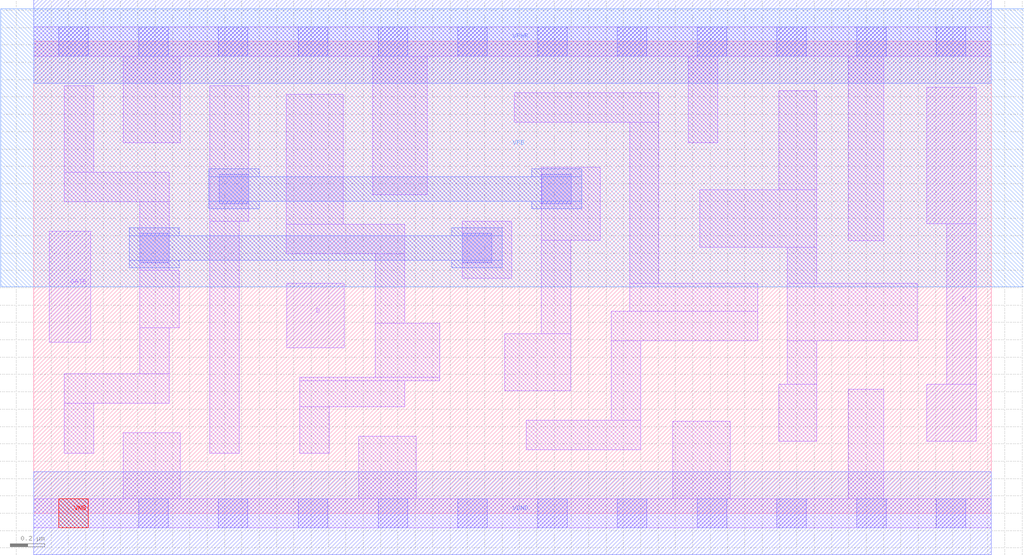
<source format=lef>
# Copyright 2020 The SkyWater PDK Authors
#
# Licensed under the Apache License, Version 2.0 (the "License");
# you may not use this file except in compliance with the License.
# You may obtain a copy of the License at
#
#     https://www.apache.org/licenses/LICENSE-2.0
#
# Unless required by applicable law or agreed to in writing, software
# distributed under the License is distributed on an "AS IS" BASIS,
# WITHOUT WARRANTIES OR CONDITIONS OF ANY KIND, either express or implied.
# See the License for the specific language governing permissions and
# limitations under the License.
#
# SPDX-License-Identifier: Apache-2.0

VERSION 5.7 ;
  NOWIREEXTENSIONATPIN ON ;
  DIVIDERCHAR "/" ;
  BUSBITCHARS "[]" ;
MACRO sky130_fd_sc_hd__dlxtp_1
  CLASS CORE ;
  FOREIGN sky130_fd_sc_hd__dlxtp_1 ;
  ORIGIN  0.000000  0.000000 ;
  SIZE  5.520000 BY  2.720000 ;
  SYMMETRY X Y R90 ;
  SITE unithd ;
  PIN D
    ANTENNAGATEAREA  0.159000 ;
    DIRECTION INPUT ;
    USE SIGNAL ;
    PORT
      LAYER li1 ;
        RECT 1.460000 0.955000 1.790000 1.325000 ;
    END
  END D
  PIN Q
    ANTENNADIFFAREA  0.470250 ;
    DIRECTION OUTPUT ;
    USE SIGNAL ;
    PORT
      LAYER li1 ;
        RECT 5.150000 0.415000 5.435000 0.745000 ;
        RECT 5.150000 1.670000 5.435000 2.455000 ;
        RECT 5.265000 0.745000 5.435000 1.670000 ;
    END
  END Q
  PIN VNB
    PORT
      LAYER pwell ;
        RECT 0.145000 -0.085000 0.315000 0.085000 ;
    END
  END VNB
  PIN VPB
    PORT
      LAYER nwell ;
        RECT -0.190000 1.305000 5.710000 2.910000 ;
    END
  END VPB
  PIN GATE
    ANTENNAGATEAREA  0.159000 ;
    DIRECTION INPUT ;
    USE CLOCK ;
    PORT
      LAYER li1 ;
        RECT 0.090000 0.985000 0.330000 1.625000 ;
    END
  END GATE
  PIN VGND
    DIRECTION INOUT ;
    SHAPE ABUTMENT ;
    USE GROUND ;
    PORT
      LAYER met1 ;
        RECT 0.000000 -0.240000 5.520000 0.240000 ;
    END
  END VGND
  PIN VPWR
    DIRECTION INOUT ;
    SHAPE ABUTMENT ;
    USE POWER ;
    PORT
      LAYER met1 ;
        RECT 0.000000 2.480000 5.520000 2.960000 ;
    END
  END VPWR
  OBS
    LAYER li1 ;
      RECT 0.000000 -0.085000 5.520000 0.085000 ;
      RECT 0.000000  2.635000 5.520000 2.805000 ;
      RECT 0.175000  0.345000 0.345000 0.635000 ;
      RECT 0.175000  0.635000 0.780000 0.805000 ;
      RECT 0.175000  1.795000 0.780000 1.965000 ;
      RECT 0.175000  1.965000 0.345000 2.465000 ;
      RECT 0.515000  0.085000 0.845000 0.465000 ;
      RECT 0.515000  2.135000 0.845000 2.635000 ;
      RECT 0.610000  0.805000 0.780000 1.070000 ;
      RECT 0.610000  1.070000 0.840000 1.400000 ;
      RECT 0.610000  1.400000 0.780000 1.795000 ;
      RECT 1.015000  0.345000 1.185000 1.685000 ;
      RECT 1.015000  1.685000 1.240000 2.465000 ;
      RECT 1.455000  1.495000 2.140000 1.665000 ;
      RECT 1.455000  1.665000 1.785000 2.415000 ;
      RECT 1.535000  0.345000 1.705000 0.615000 ;
      RECT 1.535000  0.615000 2.140000 0.765000 ;
      RECT 1.535000  0.765000 2.340000 0.785000 ;
      RECT 1.875000  0.085000 2.205000 0.445000 ;
      RECT 1.955000  1.835000 2.270000 2.635000 ;
      RECT 1.970000  0.785000 2.340000 1.095000 ;
      RECT 1.970000  1.095000 2.140000 1.495000 ;
      RECT 2.470000  1.355000 2.755000 1.685000 ;
      RECT 2.715000  0.705000 3.095000 1.035000 ;
      RECT 2.770000  2.255000 3.605000 2.425000 ;
      RECT 2.840000  0.365000 3.500000 0.535000 ;
      RECT 2.925000  1.035000 3.095000 1.575000 ;
      RECT 2.925000  1.575000 3.265000 1.995000 ;
      RECT 3.330000  0.535000 3.500000 0.995000 ;
      RECT 3.330000  0.995000 4.175000 1.165000 ;
      RECT 3.435000  1.165000 4.175000 1.325000 ;
      RECT 3.435000  1.325000 3.605000 2.255000 ;
      RECT 3.685000  0.085000 4.015000 0.530000 ;
      RECT 3.775000  2.135000 3.945000 2.635000 ;
      RECT 3.840000  1.535000 4.515000 1.865000 ;
      RECT 4.295000  0.415000 4.515000 0.745000 ;
      RECT 4.295000  1.865000 4.515000 2.435000 ;
      RECT 4.345000  0.745000 4.515000 0.995000 ;
      RECT 4.345000  0.995000 5.095000 1.325000 ;
      RECT 4.345000  1.325000 4.515000 1.535000 ;
      RECT 4.695000  0.085000 4.900000 0.715000 ;
      RECT 4.695000  1.570000 4.900000 2.635000 ;
    LAYER mcon ;
      RECT 0.145000 -0.085000 0.315000 0.085000 ;
      RECT 0.145000  2.635000 0.315000 2.805000 ;
      RECT 0.605000 -0.085000 0.775000 0.085000 ;
      RECT 0.605000  2.635000 0.775000 2.805000 ;
      RECT 0.610000  1.445000 0.780000 1.615000 ;
      RECT 1.065000 -0.085000 1.235000 0.085000 ;
      RECT 1.065000  2.635000 1.235000 2.805000 ;
      RECT 1.070000  1.785000 1.240000 1.955000 ;
      RECT 1.525000 -0.085000 1.695000 0.085000 ;
      RECT 1.525000  2.635000 1.695000 2.805000 ;
      RECT 1.985000 -0.085000 2.155000 0.085000 ;
      RECT 1.985000  2.635000 2.155000 2.805000 ;
      RECT 2.445000 -0.085000 2.615000 0.085000 ;
      RECT 2.445000  2.635000 2.615000 2.805000 ;
      RECT 2.470000  1.445000 2.640000 1.615000 ;
      RECT 2.905000 -0.085000 3.075000 0.085000 ;
      RECT 2.905000  2.635000 3.075000 2.805000 ;
      RECT 2.930000  1.785000 3.100000 1.955000 ;
      RECT 3.365000 -0.085000 3.535000 0.085000 ;
      RECT 3.365000  2.635000 3.535000 2.805000 ;
      RECT 3.825000 -0.085000 3.995000 0.085000 ;
      RECT 3.825000  2.635000 3.995000 2.805000 ;
      RECT 4.285000 -0.085000 4.455000 0.085000 ;
      RECT 4.285000  2.635000 4.455000 2.805000 ;
      RECT 4.745000 -0.085000 4.915000 0.085000 ;
      RECT 4.745000  2.635000 4.915000 2.805000 ;
      RECT 5.205000 -0.085000 5.375000 0.085000 ;
      RECT 5.205000  2.635000 5.375000 2.805000 ;
    LAYER met1 ;
      RECT 0.550000 1.415000 0.840000 1.460000 ;
      RECT 0.550000 1.460000 2.700000 1.600000 ;
      RECT 0.550000 1.600000 0.840000 1.645000 ;
      RECT 1.010000 1.755000 1.300000 1.800000 ;
      RECT 1.010000 1.800000 3.160000 1.940000 ;
      RECT 1.010000 1.940000 1.300000 1.985000 ;
      RECT 2.410000 1.415000 2.700000 1.460000 ;
      RECT 2.410000 1.600000 2.700000 1.645000 ;
      RECT 2.870000 1.755000 3.160000 1.800000 ;
      RECT 2.870000 1.940000 3.160000 1.985000 ;
  END
END sky130_fd_sc_hd__dlxtp_1
END LIBRARY

</source>
